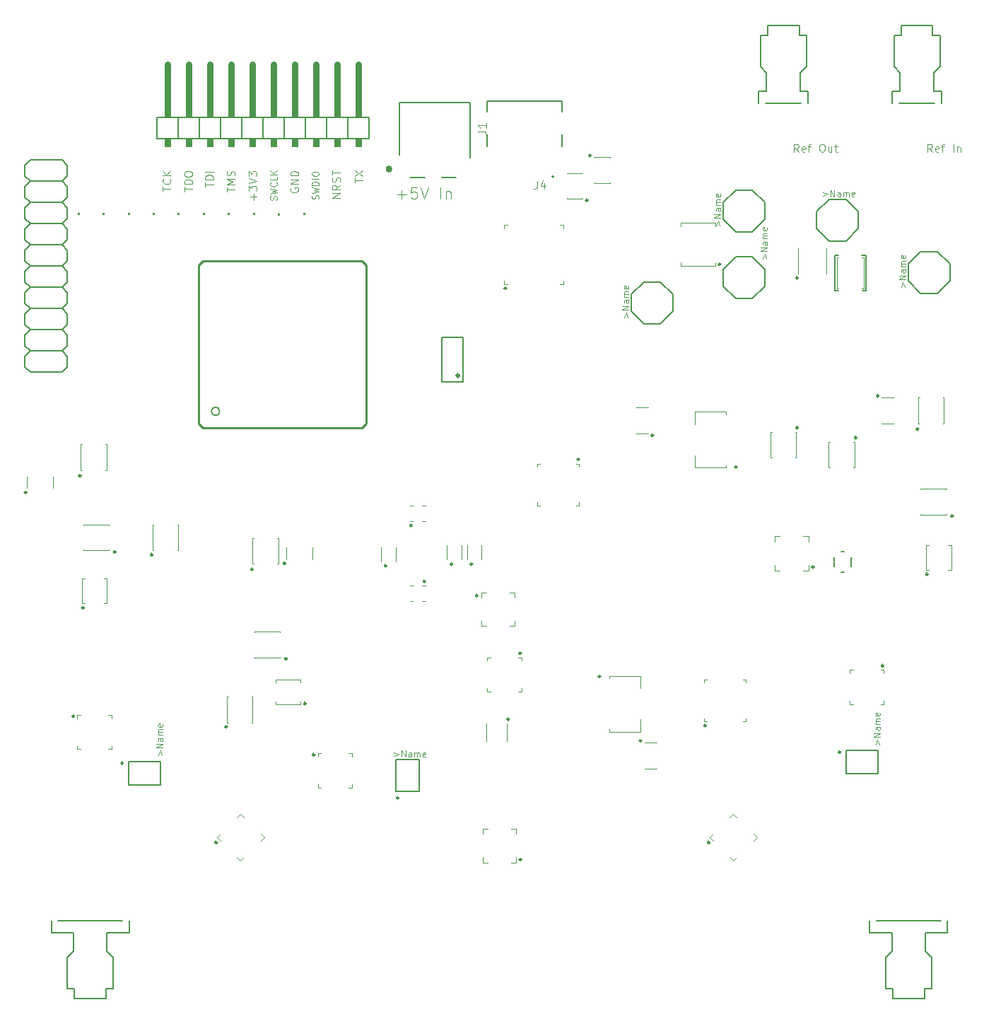
<source format=gto>
G04 #@! TF.GenerationSoftware,KiCad,Pcbnew,(5.1.7)-1*
G04 #@! TF.CreationDate,2020-10-25T18:45:03+01:00*
G04 #@! TF.ProjectId,VNA,564e412e-6b69-4636-9164-5f7063625858,0.1*
G04 #@! TF.SameCoordinates,Original*
G04 #@! TF.FileFunction,Legend,Top*
G04 #@! TF.FilePolarity,Positive*
%FSLAX46Y46*%
G04 Gerber Fmt 4.6, Leading zero omitted, Abs format (unit mm)*
G04 Created by KiCad (PCBNEW (5.1.7)-1) date 2020-10-25 18:45:03*
%MOMM*%
%LPD*%
G01*
G04 APERTURE LIST*
%ADD10C,0.081280*%
%ADD11C,0.065024*%
%ADD12C,0.113792*%
%ADD13C,0.127000*%
%ADD14C,0.200000*%
%ADD15C,0.400000*%
%ADD16C,0.152400*%
%ADD17C,0.762000*%
%ADD18C,0.120000*%
%ADD19C,0.250000*%
%ADD20C,0.254000*%
%ADD21C,0.317500*%
%ADD22C,0.203200*%
%ADD23C,0.223606*%
%ADD24C,0.050800*%
%ADD25C,0.015000*%
G04 APERTURE END LIST*
D10*
X108155138Y-66630298D02*
X108155138Y-66078755D01*
X109120338Y-66354527D02*
X108155138Y-66354527D01*
X109028414Y-65205479D02*
X109074376Y-65251441D01*
X109120338Y-65389327D01*
X109120338Y-65481251D01*
X109074376Y-65619136D01*
X108982452Y-65711060D01*
X108890528Y-65757022D01*
X108706680Y-65802984D01*
X108568795Y-65802984D01*
X108384947Y-65757022D01*
X108293023Y-65711060D01*
X108201100Y-65619136D01*
X108155138Y-65481251D01*
X108155138Y-65389327D01*
X108201100Y-65251441D01*
X108247061Y-65205479D01*
X109120338Y-64791822D02*
X108155138Y-64791822D01*
X109120338Y-64240279D02*
X108568795Y-64653936D01*
X108155138Y-64240279D02*
X108706680Y-64791822D01*
X110755138Y-66676260D02*
X110755138Y-66124717D01*
X111720338Y-66400489D02*
X110755138Y-66400489D01*
X111720338Y-65802984D02*
X110755138Y-65802984D01*
X110755138Y-65573174D01*
X110801100Y-65435289D01*
X110893023Y-65343365D01*
X110984947Y-65297403D01*
X111168795Y-65251441D01*
X111306680Y-65251441D01*
X111490528Y-65297403D01*
X111582452Y-65343365D01*
X111674376Y-65435289D01*
X111720338Y-65573174D01*
X111720338Y-65802984D01*
X110755138Y-64653936D02*
X110755138Y-64470089D01*
X110801100Y-64378165D01*
X110893023Y-64286241D01*
X111076871Y-64240279D01*
X111398604Y-64240279D01*
X111582452Y-64286241D01*
X111674376Y-64378165D01*
X111720338Y-64470089D01*
X111720338Y-64653936D01*
X111674376Y-64745860D01*
X111582452Y-64837784D01*
X111398604Y-64883746D01*
X111076871Y-64883746D01*
X110893023Y-64837784D01*
X110801100Y-64745860D01*
X110755138Y-64653936D01*
X113255138Y-66124717D02*
X113255138Y-65573174D01*
X114220338Y-65848946D02*
X113255138Y-65848946D01*
X114220338Y-65251441D02*
X113255138Y-65251441D01*
X113255138Y-65021632D01*
X113301100Y-64883746D01*
X113393023Y-64791822D01*
X113484947Y-64745860D01*
X113668795Y-64699898D01*
X113806680Y-64699898D01*
X113990528Y-64745860D01*
X114082452Y-64791822D01*
X114174376Y-64883746D01*
X114220338Y-65021632D01*
X114220338Y-65251441D01*
X114220338Y-64286241D02*
X113255138Y-64286241D01*
X115855138Y-66722222D02*
X115855138Y-66170679D01*
X116820338Y-66446451D02*
X115855138Y-66446451D01*
X116820338Y-65848946D02*
X115855138Y-65848946D01*
X116544566Y-65527212D01*
X115855138Y-65205479D01*
X116820338Y-65205479D01*
X116774376Y-64791822D02*
X116820338Y-64653936D01*
X116820338Y-64424127D01*
X116774376Y-64332203D01*
X116728414Y-64286241D01*
X116636490Y-64240279D01*
X116544566Y-64240279D01*
X116452642Y-64286241D01*
X116406680Y-64332203D01*
X116360719Y-64424127D01*
X116314757Y-64607974D01*
X116268795Y-64699898D01*
X116222833Y-64745860D01*
X116130909Y-64791822D01*
X116038985Y-64791822D01*
X115947061Y-64745860D01*
X115901100Y-64699898D01*
X115855138Y-64607974D01*
X115855138Y-64378165D01*
X115901100Y-64240279D01*
X119052642Y-67687422D02*
X119052642Y-66952032D01*
X119420338Y-67319727D02*
X118684947Y-67319727D01*
X118455138Y-66584336D02*
X118455138Y-65986832D01*
X118822833Y-66308565D01*
X118822833Y-66170679D01*
X118868795Y-66078755D01*
X118914757Y-66032793D01*
X119006680Y-65986832D01*
X119236490Y-65986832D01*
X119328414Y-66032793D01*
X119374376Y-66078755D01*
X119420338Y-66170679D01*
X119420338Y-66446451D01*
X119374376Y-66538374D01*
X119328414Y-66584336D01*
X118455138Y-65711060D02*
X119420338Y-65389327D01*
X118455138Y-65067593D01*
X118455138Y-64837784D02*
X118455138Y-64240279D01*
X118822833Y-64562012D01*
X118822833Y-64424127D01*
X118868795Y-64332203D01*
X118914757Y-64286241D01*
X119006680Y-64240279D01*
X119236490Y-64240279D01*
X119328414Y-64286241D01*
X119374376Y-64332203D01*
X119420338Y-64424127D01*
X119420338Y-64699898D01*
X119374376Y-64791822D01*
X119328414Y-64837784D01*
D11*
X121799720Y-67686048D02*
X121836490Y-67575739D01*
X121836490Y-67391892D01*
X121799720Y-67318353D01*
X121762951Y-67281583D01*
X121689412Y-67244814D01*
X121615873Y-67244814D01*
X121542334Y-67281583D01*
X121505564Y-67318353D01*
X121468795Y-67391892D01*
X121432025Y-67538970D01*
X121395256Y-67612509D01*
X121358486Y-67649278D01*
X121284947Y-67686048D01*
X121211408Y-67686048D01*
X121137869Y-67649278D01*
X121101100Y-67612509D01*
X121064330Y-67538970D01*
X121064330Y-67355122D01*
X121101100Y-67244814D01*
X121064330Y-66987427D02*
X121836490Y-66803579D01*
X121284947Y-66656501D01*
X121836490Y-66509423D01*
X121064330Y-66325576D01*
X121762951Y-65590185D02*
X121799720Y-65626955D01*
X121836490Y-65737263D01*
X121836490Y-65810802D01*
X121799720Y-65921111D01*
X121726181Y-65994650D01*
X121652642Y-66031419D01*
X121505564Y-66068189D01*
X121395256Y-66068189D01*
X121248178Y-66031419D01*
X121174639Y-65994650D01*
X121101100Y-65921111D01*
X121064330Y-65810802D01*
X121064330Y-65737263D01*
X121101100Y-65626955D01*
X121137869Y-65590185D01*
X121836490Y-64891564D02*
X121836490Y-65259259D01*
X121064330Y-65259259D01*
X121836490Y-64634177D02*
X121064330Y-64634177D01*
X121836490Y-64192943D02*
X121395256Y-64523869D01*
X121064330Y-64192943D02*
X121505564Y-64634177D01*
D10*
X123501100Y-66262603D02*
X123455138Y-66354527D01*
X123455138Y-66492412D01*
X123501100Y-66630298D01*
X123593023Y-66722222D01*
X123684947Y-66768184D01*
X123868795Y-66814146D01*
X124006680Y-66814146D01*
X124190528Y-66768184D01*
X124282452Y-66722222D01*
X124374376Y-66630298D01*
X124420338Y-66492412D01*
X124420338Y-66400489D01*
X124374376Y-66262603D01*
X124328414Y-66216641D01*
X124006680Y-66216641D01*
X124006680Y-66400489D01*
X124420338Y-65802984D02*
X123455138Y-65802984D01*
X124420338Y-65251441D01*
X123455138Y-65251441D01*
X124420338Y-64791822D02*
X123455138Y-64791822D01*
X123455138Y-64562012D01*
X123501100Y-64424127D01*
X123593023Y-64332203D01*
X123684947Y-64286241D01*
X123868795Y-64240279D01*
X124006680Y-64240279D01*
X124190528Y-64286241D01*
X124282452Y-64332203D01*
X124374376Y-64424127D01*
X124420338Y-64562012D01*
X124420338Y-64791822D01*
D11*
X126799720Y-67565431D02*
X126836490Y-67455122D01*
X126836490Y-67271275D01*
X126799720Y-67197736D01*
X126762951Y-67160966D01*
X126689412Y-67124197D01*
X126615873Y-67124197D01*
X126542334Y-67160966D01*
X126505564Y-67197736D01*
X126468795Y-67271275D01*
X126432025Y-67418353D01*
X126395256Y-67491892D01*
X126358486Y-67528661D01*
X126284947Y-67565431D01*
X126211408Y-67565431D01*
X126137869Y-67528661D01*
X126101100Y-67491892D01*
X126064330Y-67418353D01*
X126064330Y-67234505D01*
X126101100Y-67124197D01*
X126064330Y-66866810D02*
X126836490Y-66682962D01*
X126284947Y-66535884D01*
X126836490Y-66388806D01*
X126064330Y-66204958D01*
X126836490Y-65910802D02*
X126064330Y-65910802D01*
X126064330Y-65726955D01*
X126101100Y-65616646D01*
X126174639Y-65543107D01*
X126248178Y-65506337D01*
X126395256Y-65469568D01*
X126505564Y-65469568D01*
X126652642Y-65506337D01*
X126726181Y-65543107D01*
X126799720Y-65616646D01*
X126836490Y-65726955D01*
X126836490Y-65910802D01*
X126836490Y-65138642D02*
X126064330Y-65138642D01*
X126064330Y-64623869D02*
X126064330Y-64476791D01*
X126101100Y-64403252D01*
X126174639Y-64329713D01*
X126321717Y-64292943D01*
X126579103Y-64292943D01*
X126726181Y-64329713D01*
X126799720Y-64403252D01*
X126836490Y-64476791D01*
X126836490Y-64623869D01*
X126799720Y-64697408D01*
X126726181Y-64770947D01*
X126579103Y-64807717D01*
X126321717Y-64807717D01*
X126174639Y-64770947D01*
X126101100Y-64697408D01*
X126064330Y-64623869D01*
D10*
X129420338Y-67457612D02*
X128455138Y-67457612D01*
X129420338Y-66906070D01*
X128455138Y-66906070D01*
X129420338Y-65894908D02*
X128960719Y-66216641D01*
X129420338Y-66446451D02*
X128455138Y-66446451D01*
X128455138Y-66078755D01*
X128501100Y-65986832D01*
X128547061Y-65940870D01*
X128638985Y-65894908D01*
X128776871Y-65894908D01*
X128868795Y-65940870D01*
X128914757Y-65986832D01*
X128960719Y-66078755D01*
X128960719Y-66446451D01*
X129374376Y-65527212D02*
X129420338Y-65389327D01*
X129420338Y-65159517D01*
X129374376Y-65067593D01*
X129328414Y-65021632D01*
X129236490Y-64975670D01*
X129144566Y-64975670D01*
X129052642Y-65021632D01*
X129006680Y-65067593D01*
X128960719Y-65159517D01*
X128914757Y-65343365D01*
X128868795Y-65435289D01*
X128822833Y-65481251D01*
X128730909Y-65527212D01*
X128638985Y-65527212D01*
X128547061Y-65481251D01*
X128501100Y-65435289D01*
X128455138Y-65343365D01*
X128455138Y-65113555D01*
X128501100Y-64975670D01*
X128455138Y-64699898D02*
X128455138Y-64148355D01*
X129420338Y-64424127D02*
X128455138Y-64424127D01*
X131155138Y-65619136D02*
X131155138Y-65067593D01*
X132120338Y-65343365D02*
X131155138Y-65343365D01*
X131155138Y-64837784D02*
X132120338Y-64194317D01*
X131155138Y-64194317D02*
X132120338Y-64837784D01*
X184335284Y-61957638D02*
X184013551Y-61498019D01*
X183783741Y-61957638D02*
X183783741Y-60992438D01*
X184151436Y-60992438D01*
X184243360Y-61038400D01*
X184289322Y-61084361D01*
X184335284Y-61176285D01*
X184335284Y-61314171D01*
X184289322Y-61406095D01*
X184243360Y-61452057D01*
X184151436Y-61498019D01*
X183783741Y-61498019D01*
X185116636Y-61911676D02*
X185024712Y-61957638D01*
X184840865Y-61957638D01*
X184748941Y-61911676D01*
X184702979Y-61819752D01*
X184702979Y-61452057D01*
X184748941Y-61360133D01*
X184840865Y-61314171D01*
X185024712Y-61314171D01*
X185116636Y-61360133D01*
X185162598Y-61452057D01*
X185162598Y-61543980D01*
X184702979Y-61635904D01*
X185438370Y-61314171D02*
X185806065Y-61314171D01*
X185576255Y-61957638D02*
X185576255Y-61130323D01*
X185622217Y-61038400D01*
X185714141Y-60992438D01*
X185806065Y-60992438D01*
X187047036Y-60992438D02*
X187230884Y-60992438D01*
X187322808Y-61038400D01*
X187414732Y-61130323D01*
X187460693Y-61314171D01*
X187460693Y-61635904D01*
X187414732Y-61819752D01*
X187322808Y-61911676D01*
X187230884Y-61957638D01*
X187047036Y-61957638D01*
X186955112Y-61911676D01*
X186863189Y-61819752D01*
X186817227Y-61635904D01*
X186817227Y-61314171D01*
X186863189Y-61130323D01*
X186955112Y-61038400D01*
X187047036Y-60992438D01*
X188288008Y-61314171D02*
X188288008Y-61957638D01*
X187874351Y-61314171D02*
X187874351Y-61819752D01*
X187920312Y-61911676D01*
X188012236Y-61957638D01*
X188150122Y-61957638D01*
X188242046Y-61911676D01*
X188288008Y-61865714D01*
X188609741Y-61314171D02*
X188977436Y-61314171D01*
X188747627Y-60992438D02*
X188747627Y-61819752D01*
X188793589Y-61911676D01*
X188885512Y-61957638D01*
X188977436Y-61957638D01*
X200335284Y-61957638D02*
X200013551Y-61498019D01*
X199783741Y-61957638D02*
X199783741Y-60992438D01*
X200151436Y-60992438D01*
X200243360Y-61038400D01*
X200289322Y-61084361D01*
X200335284Y-61176285D01*
X200335284Y-61314171D01*
X200289322Y-61406095D01*
X200243360Y-61452057D01*
X200151436Y-61498019D01*
X199783741Y-61498019D01*
X201116636Y-61911676D02*
X201024712Y-61957638D01*
X200840865Y-61957638D01*
X200748941Y-61911676D01*
X200702979Y-61819752D01*
X200702979Y-61452057D01*
X200748941Y-61360133D01*
X200840865Y-61314171D01*
X201024712Y-61314171D01*
X201116636Y-61360133D01*
X201162598Y-61452057D01*
X201162598Y-61543980D01*
X200702979Y-61635904D01*
X201438370Y-61314171D02*
X201806065Y-61314171D01*
X201576255Y-61957638D02*
X201576255Y-61130323D01*
X201622217Y-61038400D01*
X201714141Y-60992438D01*
X201806065Y-60992438D01*
X202863189Y-61957638D02*
X202863189Y-60992438D01*
X203322808Y-61314171D02*
X203322808Y-61957638D01*
X203322808Y-61406095D02*
X203368770Y-61360133D01*
X203460693Y-61314171D01*
X203598579Y-61314171D01*
X203690503Y-61360133D01*
X203736465Y-61452057D01*
X203736465Y-61957638D01*
D12*
X136296798Y-67024480D02*
X137326344Y-67024480D01*
X136811571Y-67539253D02*
X136811571Y-66509706D01*
X138613278Y-66187973D02*
X137969811Y-66187973D01*
X137905464Y-66831440D01*
X137969811Y-66767093D01*
X138098504Y-66702746D01*
X138420238Y-66702746D01*
X138548931Y-66767093D01*
X138613278Y-66831440D01*
X138677624Y-66960133D01*
X138677624Y-67281866D01*
X138613278Y-67410560D01*
X138548931Y-67474906D01*
X138420238Y-67539253D01*
X138098504Y-67539253D01*
X137969811Y-67474906D01*
X137905464Y-67410560D01*
X139063704Y-66187973D02*
X139514131Y-67539253D01*
X139964558Y-66187973D01*
X141444531Y-67539253D02*
X141444531Y-66187973D01*
X142087998Y-66638400D02*
X142087998Y-67539253D01*
X142087998Y-66767093D02*
X142152344Y-66702746D01*
X142281038Y-66638400D01*
X142474078Y-66638400D01*
X142602771Y-66702746D01*
X142667118Y-66831440D01*
X142667118Y-67539253D01*
D13*
X155980000Y-61310000D02*
X155980000Y-59870000D01*
X147040000Y-61310000D02*
X147040000Y-59870000D01*
X147040000Y-57130000D02*
X147040000Y-55900000D01*
X147040000Y-55900000D02*
X155980000Y-55900000D01*
X155980000Y-55900000D02*
X155980000Y-57130000D01*
D14*
X155010000Y-64900000D02*
G75*
G03*
X155010000Y-64900000I-100000J0D01*
G01*
D13*
X139560000Y-65000000D02*
X137760000Y-65000000D01*
X143260000Y-65000000D02*
X141560000Y-65000000D01*
X145010000Y-62600000D02*
X145010000Y-56000000D01*
X136510000Y-56000000D02*
X136510000Y-62300000D01*
X145010000Y-56000000D02*
X136510000Y-56000000D01*
D15*
X135470000Y-63980000D02*
G75*
G03*
X135470000Y-63980000I-200000J0D01*
G01*
D16*
X107501100Y-60308600D02*
X110041100Y-60308600D01*
X110041100Y-60308600D02*
X110041100Y-57768600D01*
X110041100Y-57768600D02*
X107501100Y-57768600D01*
X107501100Y-57768600D02*
X107501100Y-60308600D01*
D17*
X108771100Y-51418600D02*
X108771100Y-57133600D01*
D16*
X110041100Y-60308600D02*
X112581100Y-60308600D01*
X112581100Y-60308600D02*
X112581100Y-57768600D01*
X112581100Y-57768600D02*
X110041100Y-57768600D01*
D17*
X111311100Y-51418600D02*
X111311100Y-57133600D01*
D16*
X112581100Y-60308600D02*
X115121100Y-60308600D01*
X115121100Y-60308600D02*
X115121100Y-57768600D01*
X115121100Y-57768600D02*
X112581100Y-57768600D01*
D17*
X113851100Y-51418600D02*
X113851100Y-57133600D01*
D16*
X115121100Y-60308600D02*
X117661100Y-60308600D01*
X117661100Y-60308600D02*
X117661100Y-57768600D01*
X117661100Y-57768600D02*
X115121100Y-57768600D01*
D17*
X116391100Y-51418600D02*
X116391100Y-57133600D01*
D16*
X117661100Y-60308600D02*
X120201100Y-60308600D01*
X120201100Y-60308600D02*
X120201100Y-57768600D01*
X120201100Y-57768600D02*
X117661100Y-57768600D01*
D17*
X118931100Y-51418600D02*
X118931100Y-57133600D01*
D16*
X120201100Y-60308600D02*
X122741100Y-60308600D01*
X122741100Y-60308600D02*
X122741100Y-57768600D01*
X122741100Y-57768600D02*
X120201100Y-57768600D01*
D17*
X121471100Y-51418600D02*
X121471100Y-57133600D01*
D16*
X122741100Y-60308600D02*
X125281100Y-60308600D01*
X125281100Y-60308600D02*
X125281100Y-57768600D01*
X125281100Y-57768600D02*
X122741100Y-57768600D01*
D17*
X124011100Y-51418600D02*
X124011100Y-57133600D01*
D16*
X125281100Y-60308600D02*
X127821100Y-60308600D01*
X127821100Y-60308600D02*
X127821100Y-57768600D01*
X127821100Y-57768600D02*
X125281100Y-57768600D01*
D17*
X126551100Y-51418600D02*
X126551100Y-57133600D01*
D16*
X127821100Y-60308600D02*
X130361100Y-60308600D01*
X130361100Y-60308600D02*
X130361100Y-57768600D01*
X130361100Y-57768600D02*
X127821100Y-57768600D01*
D17*
X129091100Y-51418600D02*
X129091100Y-57133600D01*
D16*
X130361100Y-60308600D02*
X132901100Y-60308600D01*
X132901100Y-60308600D02*
X132901100Y-57768600D01*
X132901100Y-57768600D02*
X130361100Y-57768600D01*
D17*
X131631100Y-51418600D02*
X131631100Y-57133600D01*
D16*
G36*
X108390100Y-57768600D02*
G01*
X109152100Y-57768600D01*
X109152100Y-57260600D01*
X108390100Y-57260600D01*
X108390100Y-57768600D01*
G37*
G36*
X110930100Y-57768600D02*
G01*
X111692100Y-57768600D01*
X111692100Y-57260600D01*
X110930100Y-57260600D01*
X110930100Y-57768600D01*
G37*
G36*
X113470100Y-57768600D02*
G01*
X114232100Y-57768600D01*
X114232100Y-57260600D01*
X113470100Y-57260600D01*
X113470100Y-57768600D01*
G37*
G36*
X116010100Y-57768600D02*
G01*
X116772100Y-57768600D01*
X116772100Y-57260600D01*
X116010100Y-57260600D01*
X116010100Y-57768600D01*
G37*
G36*
X118550100Y-57768600D02*
G01*
X119312100Y-57768600D01*
X119312100Y-57260600D01*
X118550100Y-57260600D01*
X118550100Y-57768600D01*
G37*
G36*
X121090100Y-57768600D02*
G01*
X121852100Y-57768600D01*
X121852100Y-57260600D01*
X121090100Y-57260600D01*
X121090100Y-57768600D01*
G37*
G36*
X123630100Y-57768600D02*
G01*
X124392100Y-57768600D01*
X124392100Y-57260600D01*
X123630100Y-57260600D01*
X123630100Y-57768600D01*
G37*
G36*
X126170100Y-57768600D02*
G01*
X126932100Y-57768600D01*
X126932100Y-57260600D01*
X126170100Y-57260600D01*
X126170100Y-57768600D01*
G37*
G36*
X128710100Y-57768600D02*
G01*
X129472100Y-57768600D01*
X129472100Y-57260600D01*
X128710100Y-57260600D01*
X128710100Y-57768600D01*
G37*
G36*
X131250100Y-57768600D02*
G01*
X132012100Y-57768600D01*
X132012100Y-57260600D01*
X131250100Y-57260600D01*
X131250100Y-57768600D01*
G37*
G36*
X108390100Y-61324600D02*
G01*
X109152100Y-61324600D01*
X109152100Y-60308600D01*
X108390100Y-60308600D01*
X108390100Y-61324600D01*
G37*
G36*
X110930100Y-61324600D02*
G01*
X111692100Y-61324600D01*
X111692100Y-60308600D01*
X110930100Y-60308600D01*
X110930100Y-61324600D01*
G37*
G36*
X113470100Y-61324600D02*
G01*
X114232100Y-61324600D01*
X114232100Y-60308600D01*
X113470100Y-60308600D01*
X113470100Y-61324600D01*
G37*
G36*
X116010100Y-61324600D02*
G01*
X116772100Y-61324600D01*
X116772100Y-60308600D01*
X116010100Y-60308600D01*
X116010100Y-61324600D01*
G37*
G36*
X118550100Y-61324600D02*
G01*
X119312100Y-61324600D01*
X119312100Y-60308600D01*
X118550100Y-60308600D01*
X118550100Y-61324600D01*
G37*
G36*
X121090100Y-61324600D02*
G01*
X121852100Y-61324600D01*
X121852100Y-60308600D01*
X121090100Y-60308600D01*
X121090100Y-61324600D01*
G37*
G36*
X123630100Y-61324600D02*
G01*
X124392100Y-61324600D01*
X124392100Y-60308600D01*
X123630100Y-60308600D01*
X123630100Y-61324600D01*
G37*
G36*
X126170100Y-61324600D02*
G01*
X126932100Y-61324600D01*
X126932100Y-60308600D01*
X126170100Y-60308600D01*
X126170100Y-61324600D01*
G37*
G36*
X128710100Y-61324600D02*
G01*
X129472100Y-61324600D01*
X129472100Y-60308600D01*
X128710100Y-60308600D01*
X128710100Y-61324600D01*
G37*
G36*
X131250100Y-61324600D02*
G01*
X132012100Y-61324600D01*
X132012100Y-60308600D01*
X131250100Y-60308600D01*
X131250100Y-61324600D01*
G37*
D18*
X121701100Y-125099600D02*
X121701100Y-125464600D01*
X124701100Y-125099600D02*
X121701100Y-125099600D01*
X124701100Y-125464600D02*
X124701100Y-125099600D01*
X121701100Y-128107600D02*
X121701100Y-127742600D01*
X124701100Y-128107600D02*
X121701100Y-128107600D01*
X124701100Y-127742600D02*
X124701100Y-128107600D01*
D19*
X125330100Y-127992600D02*
G75*
G03*
X125330100Y-127992600I-125000J0D01*
G01*
X123043600Y-122623300D02*
G75*
G03*
X123043600Y-122623300I-125000J0D01*
G01*
D18*
X122251100Y-122373300D02*
X122251100Y-122453600D01*
X122251100Y-122453600D02*
X119151100Y-122453600D01*
X119151100Y-122453600D02*
X119151100Y-122373300D01*
X122251100Y-119433900D02*
X122251100Y-119353600D01*
X122251100Y-119353600D02*
X119151100Y-119353600D01*
X119151100Y-119353600D02*
X119151100Y-119433900D01*
D19*
X118982100Y-111921100D02*
G75*
G03*
X118982100Y-111921100I-125000J0D01*
G01*
D18*
X119107100Y-111253600D02*
X118951100Y-111253600D01*
X118951100Y-111253600D02*
X118951100Y-108153600D01*
X118951100Y-108153600D02*
X119107100Y-108153600D01*
X121895100Y-111253600D02*
X122051100Y-111253600D01*
X122051100Y-111253600D02*
X122051100Y-108153600D01*
X122051100Y-108153600D02*
X121895100Y-108153600D01*
D19*
X186180100Y-111642600D02*
G75*
G03*
X186180100Y-111642600I-125000J0D01*
G01*
D18*
X185551100Y-111392600D02*
X185551100Y-112053600D01*
X185551100Y-112053600D02*
X184890100Y-112053600D01*
X181451100Y-111392600D02*
X181451100Y-112053600D01*
X181451100Y-112053600D02*
X182112100Y-112053600D01*
X181451100Y-108614600D02*
X181451100Y-107953600D01*
X181451100Y-107953600D02*
X182112100Y-107953600D01*
X185551100Y-108614600D02*
X185551100Y-107953600D01*
X185551100Y-107953600D02*
X184890100Y-107953600D01*
D19*
X158065100Y-98749600D02*
G75*
G03*
X158065100Y-98749600I-125000J0D01*
G01*
D18*
X157690100Y-99253600D02*
X158051100Y-99253600D01*
X158051100Y-99253600D02*
X158051100Y-99614600D01*
X157690100Y-104253600D02*
X158051100Y-104253600D01*
X158051100Y-104253600D02*
X158051100Y-103892600D01*
X153412100Y-104253600D02*
X153051100Y-104253600D01*
X153051100Y-104253600D02*
X153051100Y-103892600D01*
X153412100Y-99253600D02*
X153051100Y-99253600D01*
X153051100Y-99253600D02*
X153051100Y-99614600D01*
D19*
X166930100Y-95862200D02*
G75*
G03*
X166930100Y-95862200I-125000J0D01*
G01*
D18*
X166301100Y-95672200D02*
X164901100Y-95672200D01*
X166301100Y-92535000D02*
X164901100Y-92535000D01*
D19*
X138022100Y-106657600D02*
G75*
G03*
X138022100Y-106657600I-125000J0D01*
G01*
D18*
X137751100Y-106157600D02*
X138147100Y-106157600D01*
X137751100Y-104249600D02*
X138147100Y-104249600D01*
X139651100Y-104249600D02*
X139255100Y-104249600D01*
X139651100Y-106157600D02*
X139255100Y-106157600D01*
D19*
X176953700Y-99672200D02*
G75*
G03*
X176953700Y-99672200I-125000J0D01*
G01*
D18*
X175651100Y-99422200D02*
X175651100Y-99753600D01*
X175651100Y-99753600D02*
X171951100Y-99753600D01*
X171951100Y-99753600D02*
X171951100Y-98272200D01*
X175651100Y-93385000D02*
X175651100Y-93053600D01*
X175651100Y-93053600D02*
X171951100Y-93053600D01*
X171951100Y-93053600D02*
X171951100Y-94535000D01*
D19*
X139630100Y-113349600D02*
G75*
G03*
X139630100Y-113349600I-125000J0D01*
G01*
D18*
X139651100Y-113849600D02*
X139255100Y-113849600D01*
X139651100Y-115757600D02*
X139255100Y-115757600D01*
X137751100Y-115757600D02*
X138147100Y-115757600D01*
X137751100Y-113849600D02*
X138147100Y-113849600D01*
D19*
X173237100Y-130607600D02*
G75*
G03*
X173237100Y-130607600I-125000J0D01*
G01*
D18*
X173362100Y-130103600D02*
X173001100Y-130103600D01*
X173001100Y-130103600D02*
X173001100Y-129742600D01*
X173362100Y-125103600D02*
X173001100Y-125103600D01*
X173001100Y-125103600D02*
X173001100Y-125464600D01*
X177640100Y-125103600D02*
X178001100Y-125103600D01*
X178001100Y-125103600D02*
X178001100Y-125464600D01*
X177640100Y-130103600D02*
X178001100Y-130103600D01*
X178001100Y-130103600D02*
X178001100Y-129742600D01*
X101505100Y-113003600D02*
X101140100Y-113003600D01*
X101505100Y-116003600D02*
X101505100Y-113003600D01*
X101140100Y-116003600D02*
X101505100Y-116003600D01*
X98497100Y-113003600D02*
X98862100Y-113003600D01*
X98497100Y-116003600D02*
X98497100Y-113003600D01*
X98862100Y-116003600D02*
X98497100Y-116003600D01*
D19*
X98737100Y-116507600D02*
G75*
G03*
X98737100Y-116507600I-125000J0D01*
G01*
X165522100Y-132445000D02*
G75*
G03*
X165522100Y-132445000I-125000J0D01*
G01*
D18*
X165901100Y-132635000D02*
X167301100Y-132635000D01*
X165901100Y-135772200D02*
X167301100Y-135772200D01*
D19*
X160598500Y-124735000D02*
G75*
G03*
X160598500Y-124735000I-125000J0D01*
G01*
D18*
X161651100Y-124985000D02*
X161651100Y-124653600D01*
X161651100Y-124653600D02*
X165351100Y-124653600D01*
X165351100Y-124653600D02*
X165351100Y-126135000D01*
X161651100Y-131022200D02*
X161651100Y-131353600D01*
X161651100Y-131353600D02*
X165351100Y-131353600D01*
X165351100Y-131353600D02*
X165351100Y-129872200D01*
D19*
X149669700Y-129849600D02*
G75*
G03*
X149669700Y-129849600I-125000J0D01*
G01*
D18*
X149354700Y-130353600D02*
X149354700Y-132453600D01*
X146947500Y-130353600D02*
X146947500Y-132453600D01*
D19*
X102543600Y-109823300D02*
G75*
G03*
X102543600Y-109823300I-125000J0D01*
G01*
D18*
X101751100Y-109573300D02*
X101751100Y-109653600D01*
X101751100Y-109653600D02*
X98651100Y-109653600D01*
X98651100Y-109653600D02*
X98651100Y-109573300D01*
X101751100Y-106633900D02*
X101751100Y-106553600D01*
X101751100Y-106553600D02*
X98651100Y-106553600D01*
X98651100Y-106553600D02*
X98651100Y-106633900D01*
D19*
X98382100Y-100721100D02*
G75*
G03*
X98382100Y-100721100I-125000J0D01*
G01*
D18*
X98507100Y-100053600D02*
X98351100Y-100053600D01*
X98351100Y-100053600D02*
X98351100Y-96953600D01*
X98351100Y-96953600D02*
X98507100Y-96953600D01*
X101295100Y-100053600D02*
X101451100Y-100053600D01*
X101451100Y-100053600D02*
X101451100Y-96953600D01*
X101451100Y-96953600D02*
X101295100Y-96953600D01*
X202605100Y-109003600D02*
X202240100Y-109003600D01*
X202605100Y-112003600D02*
X202605100Y-109003600D01*
X202240100Y-112003600D02*
X202605100Y-112003600D01*
X199597100Y-109003600D02*
X199962100Y-109003600D01*
X199597100Y-112003600D02*
X199597100Y-109003600D01*
X199962100Y-112003600D02*
X199597100Y-112003600D01*
D19*
X199837100Y-112507600D02*
G75*
G03*
X199837100Y-112507600I-125000J0D01*
G01*
X202843600Y-105523300D02*
G75*
G03*
X202843600Y-105523300I-125000J0D01*
G01*
D18*
X202051100Y-105273300D02*
X202051100Y-105353600D01*
X202051100Y-105353600D02*
X198951100Y-105353600D01*
X198951100Y-105353600D02*
X198951100Y-105273300D01*
X202051100Y-102333900D02*
X202051100Y-102253600D01*
X202051100Y-102253600D02*
X198951100Y-102253600D01*
X198951100Y-102253600D02*
X198951100Y-102333900D01*
D19*
X198682100Y-95121100D02*
G75*
G03*
X198682100Y-95121100I-125000J0D01*
G01*
D18*
X198807100Y-94453600D02*
X198651100Y-94453600D01*
X198651100Y-94453600D02*
X198651100Y-91353600D01*
X198651100Y-91353600D02*
X198807100Y-91353600D01*
X201595100Y-94453600D02*
X201751100Y-94453600D01*
X201751100Y-94453600D02*
X201751100Y-91353600D01*
X201751100Y-91353600D02*
X201595100Y-91353600D01*
D19*
X134976100Y-111492700D02*
G75*
G03*
X134976100Y-111492700I-125000J0D01*
G01*
D18*
X134325200Y-109253600D02*
X134325200Y-110953600D01*
X136077000Y-109253600D02*
X136077000Y-110953600D01*
D19*
X145276100Y-111292700D02*
G75*
G03*
X145276100Y-111292700I-125000J0D01*
G01*
D18*
X144625200Y-109053600D02*
X144625200Y-110753600D01*
X146377000Y-109053600D02*
X146377000Y-110753600D01*
D19*
X142876100Y-111292700D02*
G75*
G03*
X142876100Y-111292700I-125000J0D01*
G01*
D18*
X142225200Y-109053600D02*
X142225200Y-110753600D01*
X143977000Y-109053600D02*
X143977000Y-110753600D01*
D19*
X106973700Y-110157600D02*
G75*
G03*
X106973700Y-110157600I-125000J0D01*
G01*
D18*
X107098700Y-109653600D02*
X106951100Y-109653600D01*
X106951100Y-109653600D02*
X106951100Y-106553600D01*
X106951100Y-106553600D02*
X107098700Y-106553600D01*
X109903500Y-109653600D02*
X110051100Y-109653600D01*
X110051100Y-109653600D02*
X110051100Y-106553600D01*
X110051100Y-106553600D02*
X109903500Y-106553600D01*
D19*
X191278500Y-96149600D02*
G75*
G03*
X191278500Y-96149600I-125000J0D01*
G01*
D18*
X190903500Y-96653600D02*
X191051100Y-96653600D01*
X191051100Y-96653600D02*
X191051100Y-99753600D01*
X191051100Y-99753600D02*
X190903500Y-99753600D01*
X188098700Y-96653600D02*
X187951100Y-96653600D01*
X187951100Y-96653600D02*
X187951100Y-99753600D01*
X187951100Y-99753600D02*
X188098700Y-99753600D01*
D19*
X115873700Y-130757600D02*
G75*
G03*
X115873700Y-130757600I-125000J0D01*
G01*
D18*
X115998700Y-130253600D02*
X115851100Y-130253600D01*
X115851100Y-130253600D02*
X115851100Y-127153600D01*
X115851100Y-127153600D02*
X115998700Y-127153600D01*
X118803500Y-130253600D02*
X118951100Y-130253600D01*
X118951100Y-130253600D02*
X118951100Y-127153600D01*
X118951100Y-127153600D02*
X118803500Y-127153600D01*
D19*
X184278500Y-94949600D02*
G75*
G03*
X184278500Y-94949600I-125000J0D01*
G01*
D18*
X183903500Y-95453600D02*
X184051100Y-95453600D01*
X184051100Y-95453600D02*
X184051100Y-98553600D01*
X184051100Y-98553600D02*
X183903500Y-98553600D01*
X181098700Y-95453600D02*
X180951100Y-95453600D01*
X180951100Y-95453600D02*
X180951100Y-98553600D01*
X180951100Y-98553600D02*
X181098700Y-98553600D01*
D13*
X198951100Y-78853600D02*
X197451100Y-77353600D01*
X197451100Y-77353600D02*
X197451100Y-75353600D01*
X197451100Y-75353600D02*
X198951100Y-73853600D01*
X198951100Y-73853600D02*
X200951100Y-73853600D01*
X200951100Y-73853600D02*
X202451100Y-75353600D01*
X202451100Y-75353600D02*
X202451100Y-77353600D01*
X202451100Y-77353600D02*
X200951100Y-78853600D01*
X200951100Y-78853600D02*
X198951100Y-78853600D01*
X178801100Y-74503600D02*
X180301100Y-76003600D01*
X180301100Y-76003600D02*
X180301100Y-78003600D01*
X180301100Y-78003600D02*
X178801100Y-79503600D01*
X178801100Y-79503600D02*
X176801100Y-79503600D01*
X176801100Y-79503600D02*
X175301100Y-78003600D01*
X175301100Y-78003600D02*
X175301100Y-76003600D01*
X175301100Y-76003600D02*
X176801100Y-74503600D01*
X176801100Y-74503600D02*
X178801100Y-74503600D01*
X165801100Y-82503600D02*
X164301100Y-81003600D01*
X164301100Y-81003600D02*
X164301100Y-79003600D01*
X164301100Y-79003600D02*
X165801100Y-77503600D01*
X165801100Y-77503600D02*
X167801100Y-77503600D01*
X167801100Y-77503600D02*
X169301100Y-79003600D01*
X169301100Y-79003600D02*
X169301100Y-81003600D01*
X169301100Y-81003600D02*
X167801100Y-82503600D01*
X167801100Y-82503600D02*
X165801100Y-82503600D01*
D20*
X112501100Y-94503600D02*
X113001100Y-95003600D01*
X112501100Y-75503600D02*
X112501100Y-94503600D01*
X113001100Y-75003600D02*
X112501100Y-75503600D01*
X132001100Y-75003600D02*
X113001100Y-75003600D01*
X132501100Y-75503600D02*
X132001100Y-75003600D01*
X132501100Y-94503600D02*
X132501100Y-75503600D01*
X132001100Y-95003600D02*
X132501100Y-94503600D01*
X113001100Y-95003600D02*
X132001100Y-95003600D01*
D13*
X115001100Y-93003600D02*
G75*
G03*
X115001100Y-93003600I-500000J0D01*
G01*
D21*
X143694850Y-88708600D02*
G75*
G03*
X143694850Y-88708600I-158750J0D01*
G01*
D22*
X141631100Y-89470600D02*
X141631100Y-84136600D01*
X141631100Y-84136600D02*
X144171100Y-84136600D01*
X144171100Y-84136600D02*
X144171100Y-89470600D01*
X144171100Y-89470600D02*
X141631100Y-89470600D01*
D19*
X91867500Y-102707600D02*
G75*
G03*
X91867500Y-102707600I-125000J0D01*
G01*
D18*
X91932500Y-102203600D02*
X91932500Y-100803600D01*
X95069700Y-102203600D02*
X95069700Y-100803600D01*
D19*
X193922100Y-91145000D02*
G75*
G03*
X193922100Y-91145000I-125000J0D01*
G01*
D18*
X194301100Y-91335000D02*
X195701100Y-91335000D01*
X194301100Y-94472200D02*
X195701100Y-94472200D01*
D19*
X122867500Y-111207600D02*
G75*
G03*
X122867500Y-111207600I-125000J0D01*
G01*
D18*
X122932500Y-110703600D02*
X122932500Y-109303600D01*
X126069700Y-110703600D02*
X126069700Y-109303600D01*
D16*
G36*
X125226100Y-69203600D02*
G01*
X124976100Y-69203600D01*
X124976100Y-69453600D01*
X125226100Y-69453600D01*
X125226100Y-69203600D01*
G37*
G36*
X119226100Y-69203600D02*
G01*
X118976100Y-69203600D01*
X118976100Y-69453600D01*
X119226100Y-69453600D01*
X119226100Y-69203600D01*
G37*
G36*
X116226100Y-69203600D02*
G01*
X115976100Y-69203600D01*
X115976100Y-69453600D01*
X116226100Y-69453600D01*
X116226100Y-69203600D01*
G37*
G36*
X113226100Y-69203600D02*
G01*
X112976100Y-69203600D01*
X112976100Y-69453600D01*
X113226100Y-69453600D01*
X113226100Y-69203600D01*
G37*
G36*
X110226100Y-69203600D02*
G01*
X109976100Y-69203600D01*
X109976100Y-69453600D01*
X110226100Y-69453600D01*
X110226100Y-69203600D01*
G37*
G36*
X107226100Y-69203600D02*
G01*
X106976100Y-69203600D01*
X106976100Y-69453600D01*
X107226100Y-69453600D01*
X107226100Y-69203600D01*
G37*
G36*
X104226100Y-69203600D02*
G01*
X103976100Y-69203600D01*
X103976100Y-69453600D01*
X104226100Y-69453600D01*
X104226100Y-69203600D01*
G37*
G36*
X101226100Y-69203600D02*
G01*
X100976100Y-69203600D01*
X100976100Y-69453600D01*
X101226100Y-69453600D01*
X101226100Y-69203600D01*
G37*
G36*
X98226100Y-69203600D02*
G01*
X97976100Y-69203600D01*
X97976100Y-69453600D01*
X98226100Y-69453600D01*
X98226100Y-69203600D01*
G37*
D19*
X151115100Y-121949600D02*
G75*
G03*
X151115100Y-121949600I-125000J0D01*
G01*
D18*
X150740100Y-122453600D02*
X151151100Y-122453600D01*
X151151100Y-122453600D02*
X151151100Y-122864600D01*
X150740100Y-126553600D02*
X151151100Y-126553600D01*
X151151100Y-126553600D02*
X151151100Y-126142600D01*
X147462100Y-126553600D02*
X147051100Y-126553600D01*
X147051100Y-126553600D02*
X147051100Y-126142600D01*
X147462100Y-122453600D02*
X147051100Y-122453600D01*
X147051100Y-122453600D02*
X147051100Y-122864600D01*
D19*
X145922100Y-115058700D02*
G75*
G03*
X145922100Y-115058700I-125000J0D01*
G01*
D18*
X146301100Y-115308700D02*
X146301100Y-114703600D01*
X146301100Y-114703600D02*
X146906200Y-114703600D01*
X150301100Y-115308700D02*
X150301100Y-114703600D01*
X150301100Y-114703600D02*
X149696000Y-114703600D01*
X150301100Y-118098500D02*
X150301100Y-118703600D01*
X150301100Y-118703600D02*
X149696000Y-118703600D01*
X146301100Y-118098500D02*
X146301100Y-118703600D01*
X146301100Y-118703600D02*
X146906200Y-118703600D01*
D19*
X151130100Y-146648500D02*
G75*
G03*
X151130100Y-146648500I-125000J0D01*
G01*
D18*
X150501100Y-146398500D02*
X150501100Y-147003600D01*
X150501100Y-147003600D02*
X149896000Y-147003600D01*
X146501100Y-146398500D02*
X146501100Y-147003600D01*
X146501100Y-147003600D02*
X147106200Y-147003600D01*
X146501100Y-143608700D02*
X146501100Y-143003600D01*
X146501100Y-143003600D02*
X147106200Y-143003600D01*
X150501100Y-143608700D02*
X150501100Y-143003600D01*
X150501100Y-143003600D02*
X149896000Y-143003600D01*
D19*
X114692385Y-144611075D02*
G75*
G03*
X114692385Y-144611075I-125000J0D01*
G01*
D18*
X115100543Y-144431470D02*
X114672673Y-144003600D01*
X114672673Y-144003600D02*
X115100543Y-143575730D01*
X117928970Y-141603043D02*
X117501100Y-141175173D01*
X117501100Y-141175173D02*
X117073230Y-141603043D01*
X119901657Y-143575730D02*
X120329527Y-144003600D01*
X120329527Y-144003600D02*
X119901657Y-144431470D01*
X117073230Y-146404157D02*
X117501100Y-146832027D01*
X117501100Y-146832027D02*
X117928970Y-146404157D01*
D19*
X173692385Y-144611075D02*
G75*
G03*
X173692385Y-144611075I-125000J0D01*
G01*
D18*
X174100543Y-144431470D02*
X173672673Y-144003600D01*
X173672673Y-144003600D02*
X174100543Y-143575730D01*
X176928970Y-141603043D02*
X176501100Y-141175173D01*
X176501100Y-141175173D02*
X176073230Y-141603043D01*
X178901657Y-143575730D02*
X179329527Y-144003600D01*
X179329527Y-144003600D02*
X178901657Y-144431470D01*
X176073230Y-146404157D02*
X176501100Y-146832027D01*
X176501100Y-146832027D02*
X176928970Y-146404157D01*
D19*
X97572100Y-129517600D02*
G75*
G03*
X97572100Y-129517600I-125000J0D01*
G01*
D18*
X97951100Y-129767600D02*
X97951100Y-129353600D01*
X97951100Y-129353600D02*
X98365100Y-129353600D01*
X102051100Y-129767600D02*
X102051100Y-129353600D01*
X102051100Y-129353600D02*
X101637100Y-129353600D01*
X102051100Y-133039600D02*
X102051100Y-133453600D01*
X102051100Y-133453600D02*
X101637100Y-133453600D01*
X97951100Y-133039600D02*
X97951100Y-133453600D01*
X97951100Y-133453600D02*
X98365100Y-133453600D01*
D19*
X194512100Y-123449600D02*
G75*
G03*
X194512100Y-123449600I-125000J0D01*
G01*
D18*
X194137100Y-123953600D02*
X194551100Y-123953600D01*
X194551100Y-123953600D02*
X194551100Y-124367600D01*
X194137100Y-128053600D02*
X194551100Y-128053600D01*
X194551100Y-128053600D02*
X194551100Y-127639600D01*
X190865100Y-128053600D02*
X190451100Y-128053600D01*
X190451100Y-128053600D02*
X190451100Y-127639600D01*
X190865100Y-123953600D02*
X190451100Y-123953600D01*
X190451100Y-123953600D02*
X190451100Y-124367600D01*
D19*
X126372100Y-134117600D02*
G75*
G03*
X126372100Y-134117600I-125000J0D01*
G01*
D18*
X126751100Y-134367600D02*
X126751100Y-133953600D01*
X126751100Y-133953600D02*
X127165100Y-133953600D01*
X130851100Y-134367600D02*
X130851100Y-133953600D01*
X130851100Y-133953600D02*
X130437100Y-133953600D01*
X130851100Y-137639600D02*
X130851100Y-138053600D01*
X130851100Y-138053600D02*
X130437100Y-138053600D01*
X126751100Y-137639600D02*
X126751100Y-138053600D01*
X126751100Y-138053600D02*
X127165100Y-138053600D01*
D23*
X103432903Y-135103600D02*
G75*
G03*
X103432903Y-135103600I-111803J0D01*
G01*
D13*
X107901100Y-134903600D02*
X107901100Y-137703600D01*
X107901100Y-137703600D02*
X104101100Y-137703600D01*
X104101100Y-137703600D02*
X104101100Y-134903600D01*
X104101100Y-134903600D02*
X107901100Y-134903600D01*
D23*
X136412903Y-139283600D02*
G75*
G03*
X136412903Y-139283600I-111803J0D01*
G01*
D13*
X136101100Y-134703600D02*
X138901100Y-134703600D01*
X138901100Y-134703600D02*
X138901100Y-138503600D01*
X138901100Y-138503600D02*
X136101100Y-138503600D01*
X136101100Y-138503600D02*
X136101100Y-134703600D01*
D22*
X179551100Y-56100000D02*
X179551100Y-54650000D01*
X185451100Y-54650000D02*
X185451100Y-56100000D01*
X180351100Y-56100000D02*
X184651100Y-56100000D01*
X184501100Y-54650000D02*
X185451100Y-54650000D01*
X184501100Y-52500000D02*
X184501100Y-54650000D01*
X185251100Y-51750000D02*
X184501100Y-52500000D01*
X185251100Y-47950000D02*
X185251100Y-51750000D01*
X184401100Y-47950000D02*
X185251100Y-47950000D01*
X184401100Y-46775000D02*
X184401100Y-47950000D01*
X180601100Y-46775000D02*
X184401100Y-46775000D01*
X180601100Y-47950000D02*
X180601100Y-46775000D01*
X179751100Y-47950000D02*
X180601100Y-47950000D01*
X179751100Y-51750000D02*
X179751100Y-47950000D01*
X180501100Y-52500000D02*
X179751100Y-51750000D01*
X180501100Y-54650000D02*
X180501100Y-52500000D01*
X179551100Y-54650000D02*
X180501100Y-54650000D01*
X195551100Y-56100000D02*
X195551100Y-54650000D01*
X201451100Y-54650000D02*
X201451100Y-56100000D01*
X196351100Y-56100000D02*
X200651100Y-56100000D01*
X200501100Y-54650000D02*
X201451100Y-54650000D01*
X200501100Y-52500000D02*
X200501100Y-54650000D01*
X201251100Y-51750000D02*
X200501100Y-52500000D01*
X201251100Y-47950000D02*
X201251100Y-51750000D01*
X200401100Y-47950000D02*
X201251100Y-47950000D01*
X200401100Y-46775000D02*
X200401100Y-47950000D01*
X196601100Y-46775000D02*
X200401100Y-46775000D01*
X196601100Y-47950000D02*
X196601100Y-46775000D01*
X195751100Y-47950000D02*
X196601100Y-47950000D01*
X195751100Y-51750000D02*
X195751100Y-47950000D01*
X196501100Y-52500000D02*
X195751100Y-51750000D01*
X196501100Y-54650000D02*
X196501100Y-52500000D01*
X195551100Y-54650000D02*
X196501100Y-54650000D01*
X104151100Y-154003600D02*
X104151100Y-155453600D01*
X94851100Y-155453600D02*
X94851100Y-154003600D01*
X103351100Y-154003600D02*
X95651100Y-154003600D01*
X97501100Y-155453600D02*
X94851100Y-155453600D01*
X97501100Y-157603600D02*
X97501100Y-155453600D01*
X96751100Y-158353600D02*
X97501100Y-157603600D01*
X96751100Y-162153600D02*
X96751100Y-158353600D01*
X97601100Y-162153600D02*
X96751100Y-162153600D01*
X97601100Y-163328600D02*
X97601100Y-162153600D01*
X101401100Y-163328600D02*
X97601100Y-163328600D01*
X101401100Y-162153600D02*
X101401100Y-163328600D01*
X102251100Y-162153600D02*
X101401100Y-162153600D01*
X102251100Y-158353600D02*
X102251100Y-162153600D01*
X101501100Y-157603600D02*
X102251100Y-158353600D01*
X101501100Y-155453600D02*
X101501100Y-157603600D01*
X104151100Y-155453600D02*
X101501100Y-155453600D01*
D23*
X189332903Y-133803600D02*
G75*
G03*
X189332903Y-133803600I-111803J0D01*
G01*
D13*
X193801100Y-133603600D02*
X193801100Y-136403600D01*
X193801100Y-136403600D02*
X190001100Y-136403600D01*
X190001100Y-136403600D02*
X190001100Y-133603600D01*
X190001100Y-133603600D02*
X193801100Y-133603600D01*
D22*
X202151100Y-154003600D02*
X202151100Y-155453600D01*
X192851100Y-155453600D02*
X192851100Y-154003600D01*
X201351100Y-154003600D02*
X193651100Y-154003600D01*
X195501100Y-155453600D02*
X192851100Y-155453600D01*
X195501100Y-157603600D02*
X195501100Y-155453600D01*
X194751100Y-158353600D02*
X195501100Y-157603600D01*
X194751100Y-162153600D02*
X194751100Y-158353600D01*
X195601100Y-162153600D02*
X194751100Y-162153600D01*
X195601100Y-163328600D02*
X195601100Y-162153600D01*
X199401100Y-163328600D02*
X195601100Y-163328600D01*
X199401100Y-162153600D02*
X199401100Y-163328600D01*
X200251100Y-162153600D02*
X199401100Y-162153600D01*
X200251100Y-158353600D02*
X200251100Y-162153600D01*
X199501100Y-157603600D02*
X200251100Y-158353600D01*
X199501100Y-155453600D02*
X199501100Y-157603600D01*
X202151100Y-155453600D02*
X199501100Y-155453600D01*
D19*
X149337100Y-78257600D02*
G75*
G03*
X149337100Y-78257600I-125000J0D01*
G01*
D18*
X149462100Y-77753600D02*
X149051100Y-77753600D01*
X149051100Y-77753600D02*
X149051100Y-77342600D01*
X149462100Y-70653600D02*
X149051100Y-70653600D01*
X149051100Y-70653600D02*
X149051100Y-71064600D01*
X155740100Y-70653600D02*
X156151100Y-70653600D01*
X156151100Y-70653600D02*
X156151100Y-71064600D01*
X155740100Y-77753600D02*
X156151100Y-77753600D01*
X156151100Y-77753600D02*
X156151100Y-77342600D01*
D16*
G36*
X122226100Y-69303600D02*
G01*
X121976100Y-69303600D01*
X121976100Y-69553600D01*
X122226100Y-69553600D01*
X122226100Y-69303600D01*
G37*
X96741100Y-64808600D02*
X96741100Y-63538600D01*
X92296100Y-62903600D02*
X96106100Y-62903600D01*
X96106100Y-65443600D02*
X96741100Y-64808600D01*
X96106100Y-62903600D02*
X96741100Y-63538600D01*
X91661100Y-63538600D02*
X92296100Y-62903600D01*
X91661100Y-64808600D02*
X91661100Y-63538600D01*
X92296100Y-65443600D02*
X91661100Y-64808600D01*
X96741100Y-87668600D02*
X96741100Y-86398600D01*
X96741100Y-85128600D02*
X96741100Y-83858600D01*
X96741100Y-82588600D02*
X96741100Y-81318600D01*
X96741100Y-80048600D02*
X96741100Y-78778600D01*
X96741100Y-77508600D02*
X96741100Y-76238600D01*
X96741100Y-74968600D02*
X96741100Y-73698600D01*
X96741100Y-72428600D02*
X96741100Y-71158600D01*
X96741100Y-69888600D02*
X96741100Y-68618600D01*
X96741100Y-67348600D02*
X96741100Y-66078600D01*
X92296100Y-65443600D02*
X96106100Y-65443600D01*
X92296100Y-67983600D02*
X96106100Y-67983600D01*
X92296100Y-70523600D02*
X96106100Y-70523600D01*
X92296100Y-73063600D02*
X96106100Y-73063600D01*
X92296100Y-75603600D02*
X96106100Y-75603600D01*
X92296100Y-78143600D02*
X96106100Y-78143600D01*
X92296100Y-80683600D02*
X96106100Y-80683600D01*
X92296100Y-83223600D02*
X96106100Y-83223600D01*
X92296100Y-85763600D02*
X96106100Y-85763600D01*
X96106100Y-73063600D02*
X96741100Y-72428600D01*
X96106100Y-70523600D02*
X96741100Y-71158600D01*
X96106100Y-70523600D02*
X96741100Y-69888600D01*
X96106100Y-67983600D02*
X96741100Y-68618600D01*
X96106100Y-67983600D02*
X96741100Y-67348600D01*
X96106100Y-65443600D02*
X96741100Y-66078600D01*
X91661100Y-66078600D02*
X92296100Y-65443600D01*
X91661100Y-67348600D02*
X91661100Y-66078600D01*
X92296100Y-67983600D02*
X91661100Y-67348600D01*
X91661100Y-68618600D02*
X92296100Y-67983600D01*
X91661100Y-69888600D02*
X91661100Y-68618600D01*
X92296100Y-70523600D02*
X91661100Y-69888600D01*
X91661100Y-71158600D02*
X92296100Y-70523600D01*
X91661100Y-72428600D02*
X91661100Y-71158600D01*
X92296100Y-73063600D02*
X91661100Y-72428600D01*
X91661100Y-73698600D02*
X92296100Y-73063600D01*
X91661100Y-74968600D02*
X91661100Y-73698600D01*
X92296100Y-75603600D02*
X91661100Y-74968600D01*
X91661100Y-76238600D02*
X92296100Y-75603600D01*
X91661100Y-77508600D02*
X91661100Y-76238600D01*
X92296100Y-78143600D02*
X91661100Y-77508600D01*
X91661100Y-78778600D02*
X92296100Y-78143600D01*
X91661100Y-80048600D02*
X91661100Y-78778600D01*
X92296100Y-80683600D02*
X91661100Y-80048600D01*
X91661100Y-81318600D02*
X92296100Y-80683600D01*
X91661100Y-82588600D02*
X91661100Y-81318600D01*
X92296100Y-83223600D02*
X91661100Y-82588600D01*
X91661100Y-83858600D02*
X92296100Y-83223600D01*
X91661100Y-85128600D02*
X91661100Y-83858600D01*
X92296100Y-85763600D02*
X91661100Y-85128600D01*
X91661100Y-86398600D02*
X92296100Y-85763600D01*
X91661100Y-87668600D02*
X91661100Y-86398600D01*
X92296100Y-88303600D02*
X91661100Y-87668600D01*
X96106100Y-88303600D02*
X92296100Y-88303600D01*
X96741100Y-73698600D02*
X96106100Y-73063600D01*
X96106100Y-75603600D02*
X96741100Y-74968600D01*
X96741100Y-76238600D02*
X96106100Y-75603600D01*
X96106100Y-78143600D02*
X96741100Y-77508600D01*
X96741100Y-78778600D02*
X96106100Y-78143600D01*
X96106100Y-80683600D02*
X96741100Y-80048600D01*
X96741100Y-81318600D02*
X96106100Y-80683600D01*
X96106100Y-83223600D02*
X96741100Y-82588600D01*
X96741100Y-83858600D02*
X96106100Y-83223600D01*
X96106100Y-85763600D02*
X96741100Y-85128600D01*
X96741100Y-86398600D02*
X96106100Y-85763600D01*
X96106100Y-88303600D02*
X96741100Y-87668600D01*
D19*
X174980100Y-75392600D02*
G75*
G03*
X174980100Y-75392600I-125000J0D01*
G01*
D18*
X174351100Y-75142600D02*
X174351100Y-75553600D01*
X174351100Y-75553600D02*
X170251100Y-75553600D01*
X170251100Y-75553600D02*
X170251100Y-75142600D01*
X174351100Y-70864600D02*
X174351100Y-70453600D01*
X174351100Y-70453600D02*
X170251100Y-70453600D01*
X170251100Y-70453600D02*
X170251100Y-70864600D01*
D13*
X176801100Y-71503600D02*
X175301100Y-70003600D01*
X175301100Y-70003600D02*
X175301100Y-68003600D01*
X175301100Y-68003600D02*
X176801100Y-66503600D01*
X176801100Y-66503600D02*
X178801100Y-66503600D01*
X178801100Y-66503600D02*
X180301100Y-68003600D01*
X180301100Y-68003600D02*
X180301100Y-70003600D01*
X180301100Y-70003600D02*
X178801100Y-71503600D01*
X178801100Y-71503600D02*
X176801100Y-71503600D01*
D18*
X187690100Y-76503600D02*
X187690100Y-73503600D01*
X184312100Y-76503600D02*
X184312100Y-73503600D01*
D19*
X184247100Y-77007600D02*
G75*
G03*
X184247100Y-77007600I-125000J0D01*
G01*
D13*
X186501100Y-69103600D02*
X188001100Y-67603600D01*
X188001100Y-67603600D02*
X190001100Y-67603600D01*
X190001100Y-67603600D02*
X191501100Y-69103600D01*
X191501100Y-69103600D02*
X191501100Y-71103600D01*
X191501100Y-71103600D02*
X190001100Y-72603600D01*
X190001100Y-72603600D02*
X188001100Y-72603600D01*
X188001100Y-72603600D02*
X186501100Y-71103600D01*
X186501100Y-71103600D02*
X186501100Y-69103600D01*
D16*
X188673900Y-78538800D02*
X188673900Y-74322400D01*
X192382300Y-74322400D02*
X192382300Y-78538800D01*
X188673900Y-78538800D02*
X189105700Y-78538800D01*
X192382300Y-78538800D02*
X191950500Y-78538800D01*
X192382300Y-74322400D02*
X191925100Y-74322400D01*
X188673900Y-74322400D02*
X189080300Y-74322400D01*
D24*
X188902500Y-78310200D02*
X188902500Y-74551000D01*
X189105700Y-74551000D02*
X188902500Y-74551000D01*
X191899700Y-74551000D02*
X192153700Y-74551000D01*
X192153700Y-78310200D02*
X192153700Y-74551000D01*
X189131100Y-78310200D02*
X188902500Y-78310200D01*
X192153700Y-78310200D02*
X191925100Y-78310200D01*
D16*
X190601100Y-111573600D02*
X190601100Y-110433600D01*
X189771100Y-109753600D02*
X189431100Y-109753600D01*
X189771100Y-112253600D02*
X189431100Y-112253600D01*
X188601100Y-111573600D02*
X188601100Y-110433600D01*
D19*
X159080100Y-67728300D02*
G75*
G03*
X159080100Y-67728300I-125000J0D01*
G01*
D18*
X158451100Y-67478300D02*
X158451100Y-67553600D01*
X158451100Y-67553600D02*
X156551100Y-67553600D01*
X156551100Y-67553600D02*
X156551100Y-67478300D01*
X158451100Y-64528900D02*
X158451100Y-64453600D01*
X158451100Y-64453600D02*
X156551100Y-64453600D01*
X156551100Y-64453600D02*
X156551100Y-64528900D01*
D19*
X159472100Y-62378900D02*
G75*
G03*
X159472100Y-62378900I-125000J0D01*
G01*
D18*
X159851100Y-62628900D02*
X159851100Y-62553600D01*
X159851100Y-62553600D02*
X161751100Y-62553600D01*
X161751100Y-62553600D02*
X161751100Y-62628900D01*
X159851100Y-65578300D02*
X159851100Y-65653600D01*
X159851100Y-65653600D02*
X161751100Y-65653600D01*
X161751100Y-65653600D02*
X161751100Y-65578300D01*
D25*
X153001666Y-65387380D02*
X153001666Y-66101666D01*
X152954047Y-66244523D01*
X152858809Y-66339761D01*
X152715952Y-66387380D01*
X152620714Y-66387380D01*
X153906428Y-65720714D02*
X153906428Y-66387380D01*
X153668333Y-65339761D02*
X153430238Y-66054047D01*
X154049285Y-66054047D01*
X145915639Y-59494280D02*
X146630572Y-59494280D01*
X146773559Y-59541942D01*
X146868883Y-59637266D01*
X146916545Y-59780253D01*
X146916545Y-59875577D01*
X146916545Y-58493374D02*
X146916545Y-59065320D01*
X146916545Y-58779347D02*
X145915639Y-58779347D01*
X146058626Y-58874671D01*
X146153950Y-58969996D01*
X146201612Y-59065320D01*
D11*
X196599557Y-78127486D02*
X196820174Y-77539174D01*
X197040791Y-78127486D01*
X197114330Y-77171479D02*
X196342170Y-77171479D01*
X197114330Y-76730244D01*
X196342170Y-76730244D01*
X197114330Y-76031623D02*
X196709865Y-76031623D01*
X196636326Y-76068393D01*
X196599557Y-76141932D01*
X196599557Y-76289010D01*
X196636326Y-76362549D01*
X197077560Y-76031623D02*
X197114330Y-76105162D01*
X197114330Y-76289010D01*
X197077560Y-76362549D01*
X197004021Y-76399319D01*
X196930482Y-76399319D01*
X196856943Y-76362549D01*
X196820174Y-76289010D01*
X196820174Y-76105162D01*
X196783404Y-76031623D01*
X197114330Y-75663928D02*
X196599557Y-75663928D01*
X196673096Y-75663928D02*
X196636326Y-75627159D01*
X196599557Y-75553620D01*
X196599557Y-75443311D01*
X196636326Y-75369772D01*
X196709865Y-75333002D01*
X197114330Y-75333002D01*
X196709865Y-75333002D02*
X196636326Y-75296233D01*
X196599557Y-75222694D01*
X196599557Y-75112385D01*
X196636326Y-75038846D01*
X196709865Y-75002077D01*
X197114330Y-75002077D01*
X197077560Y-74340225D02*
X197114330Y-74413764D01*
X197114330Y-74560842D01*
X197077560Y-74634382D01*
X197004021Y-74671151D01*
X196709865Y-74671151D01*
X196636326Y-74634382D01*
X196599557Y-74560842D01*
X196599557Y-74413764D01*
X196636326Y-74340225D01*
X196709865Y-74303456D01*
X196783404Y-74303456D01*
X196856943Y-74671151D01*
X180049557Y-74777486D02*
X180270174Y-74189174D01*
X180490791Y-74777486D01*
X180564330Y-73821479D02*
X179792170Y-73821479D01*
X180564330Y-73380244D01*
X179792170Y-73380244D01*
X180564330Y-72681623D02*
X180159865Y-72681623D01*
X180086326Y-72718393D01*
X180049557Y-72791932D01*
X180049557Y-72939010D01*
X180086326Y-73012549D01*
X180527560Y-72681623D02*
X180564330Y-72755162D01*
X180564330Y-72939010D01*
X180527560Y-73012549D01*
X180454021Y-73049319D01*
X180380482Y-73049319D01*
X180306943Y-73012549D01*
X180270174Y-72939010D01*
X180270174Y-72755162D01*
X180233404Y-72681623D01*
X180564330Y-72313928D02*
X180049557Y-72313928D01*
X180123096Y-72313928D02*
X180086326Y-72277159D01*
X180049557Y-72203620D01*
X180049557Y-72093311D01*
X180086326Y-72019772D01*
X180159865Y-71983002D01*
X180564330Y-71983002D01*
X180159865Y-71983002D02*
X180086326Y-71946233D01*
X180049557Y-71872694D01*
X180049557Y-71762385D01*
X180086326Y-71688846D01*
X180159865Y-71652077D01*
X180564330Y-71652077D01*
X180527560Y-70990225D02*
X180564330Y-71063764D01*
X180564330Y-71210842D01*
X180527560Y-71284382D01*
X180454021Y-71321151D01*
X180159865Y-71321151D01*
X180086326Y-71284382D01*
X180049557Y-71210842D01*
X180049557Y-71063764D01*
X180086326Y-70990225D01*
X180159865Y-70953456D01*
X180233404Y-70953456D01*
X180306943Y-71321151D01*
X163449557Y-81777486D02*
X163670174Y-81189174D01*
X163890791Y-81777486D01*
X163964330Y-80821479D02*
X163192170Y-80821479D01*
X163964330Y-80380244D01*
X163192170Y-80380244D01*
X163964330Y-79681623D02*
X163559865Y-79681623D01*
X163486326Y-79718393D01*
X163449557Y-79791932D01*
X163449557Y-79939010D01*
X163486326Y-80012549D01*
X163927560Y-79681623D02*
X163964330Y-79755162D01*
X163964330Y-79939010D01*
X163927560Y-80012549D01*
X163854021Y-80049319D01*
X163780482Y-80049319D01*
X163706943Y-80012549D01*
X163670174Y-79939010D01*
X163670174Y-79755162D01*
X163633404Y-79681623D01*
X163964330Y-79313928D02*
X163449557Y-79313928D01*
X163523096Y-79313928D02*
X163486326Y-79277159D01*
X163449557Y-79203620D01*
X163449557Y-79093311D01*
X163486326Y-79019772D01*
X163559865Y-78983002D01*
X163964330Y-78983002D01*
X163559865Y-78983002D02*
X163486326Y-78946233D01*
X163449557Y-78872694D01*
X163449557Y-78762385D01*
X163486326Y-78688846D01*
X163559865Y-78652077D01*
X163964330Y-78652077D01*
X163927560Y-77990225D02*
X163964330Y-78063764D01*
X163964330Y-78210842D01*
X163927560Y-78284382D01*
X163854021Y-78321151D01*
X163559865Y-78321151D01*
X163486326Y-78284382D01*
X163449557Y-78210842D01*
X163449557Y-78063764D01*
X163486326Y-77990225D01*
X163559865Y-77953456D01*
X163633404Y-77953456D01*
X163706943Y-78321151D01*
X107649557Y-134207486D02*
X107870174Y-133619174D01*
X108090791Y-134207486D01*
X108164330Y-133251479D02*
X107392170Y-133251479D01*
X108164330Y-132810244D01*
X107392170Y-132810244D01*
X108164330Y-132111623D02*
X107759865Y-132111623D01*
X107686326Y-132148393D01*
X107649557Y-132221932D01*
X107649557Y-132369010D01*
X107686326Y-132442549D01*
X108127560Y-132111623D02*
X108164330Y-132185162D01*
X108164330Y-132369010D01*
X108127560Y-132442549D01*
X108054021Y-132479319D01*
X107980482Y-132479319D01*
X107906943Y-132442549D01*
X107870174Y-132369010D01*
X107870174Y-132185162D01*
X107833404Y-132111623D01*
X108164330Y-131743928D02*
X107649557Y-131743928D01*
X107723096Y-131743928D02*
X107686326Y-131707159D01*
X107649557Y-131633620D01*
X107649557Y-131523311D01*
X107686326Y-131449772D01*
X107759865Y-131413002D01*
X108164330Y-131413002D01*
X107759865Y-131413002D02*
X107686326Y-131376233D01*
X107649557Y-131302694D01*
X107649557Y-131192385D01*
X107686326Y-131118846D01*
X107759865Y-131082077D01*
X108164330Y-131082077D01*
X108127560Y-130420225D02*
X108164330Y-130493764D01*
X108164330Y-130640842D01*
X108127560Y-130714382D01*
X108054021Y-130751151D01*
X107759865Y-130751151D01*
X107686326Y-130714382D01*
X107649557Y-130640842D01*
X107649557Y-130493764D01*
X107686326Y-130420225D01*
X107759865Y-130383456D01*
X107833404Y-130383456D01*
X107906943Y-130751151D01*
X135857213Y-133852057D02*
X136445525Y-134072674D01*
X135857213Y-134293291D01*
X136813220Y-134366830D02*
X136813220Y-133594670D01*
X137254455Y-134366830D01*
X137254455Y-133594670D01*
X137953076Y-134366830D02*
X137953076Y-133962365D01*
X137916306Y-133888826D01*
X137842767Y-133852057D01*
X137695689Y-133852057D01*
X137622150Y-133888826D01*
X137953076Y-134330060D02*
X137879537Y-134366830D01*
X137695689Y-134366830D01*
X137622150Y-134330060D01*
X137585380Y-134256521D01*
X137585380Y-134182982D01*
X137622150Y-134109443D01*
X137695689Y-134072674D01*
X137879537Y-134072674D01*
X137953076Y-134035904D01*
X138320771Y-134366830D02*
X138320771Y-133852057D01*
X138320771Y-133925596D02*
X138357540Y-133888826D01*
X138431079Y-133852057D01*
X138541388Y-133852057D01*
X138614927Y-133888826D01*
X138651697Y-133962365D01*
X138651697Y-134366830D01*
X138651697Y-133962365D02*
X138688466Y-133888826D01*
X138762005Y-133852057D01*
X138872314Y-133852057D01*
X138945853Y-133888826D01*
X138982622Y-133962365D01*
X138982622Y-134366830D01*
X139644474Y-134330060D02*
X139570935Y-134366830D01*
X139423857Y-134366830D01*
X139350317Y-134330060D01*
X139313548Y-134256521D01*
X139313548Y-133962365D01*
X139350317Y-133888826D01*
X139423857Y-133852057D01*
X139570935Y-133852057D01*
X139644474Y-133888826D01*
X139681243Y-133962365D01*
X139681243Y-134035904D01*
X139313548Y-134109443D01*
X193549557Y-132907486D02*
X193770174Y-132319174D01*
X193990791Y-132907486D01*
X194064330Y-131951479D02*
X193292170Y-131951479D01*
X194064330Y-131510244D01*
X193292170Y-131510244D01*
X194064330Y-130811623D02*
X193659865Y-130811623D01*
X193586326Y-130848393D01*
X193549557Y-130921932D01*
X193549557Y-131069010D01*
X193586326Y-131142549D01*
X194027560Y-130811623D02*
X194064330Y-130885162D01*
X194064330Y-131069010D01*
X194027560Y-131142549D01*
X193954021Y-131179319D01*
X193880482Y-131179319D01*
X193806943Y-131142549D01*
X193770174Y-131069010D01*
X193770174Y-130885162D01*
X193733404Y-130811623D01*
X194064330Y-130443928D02*
X193549557Y-130443928D01*
X193623096Y-130443928D02*
X193586326Y-130407159D01*
X193549557Y-130333620D01*
X193549557Y-130223311D01*
X193586326Y-130149772D01*
X193659865Y-130113002D01*
X194064330Y-130113002D01*
X193659865Y-130113002D02*
X193586326Y-130076233D01*
X193549557Y-130002694D01*
X193549557Y-129892385D01*
X193586326Y-129818846D01*
X193659865Y-129782077D01*
X194064330Y-129782077D01*
X194027560Y-129120225D02*
X194064330Y-129193764D01*
X194064330Y-129340842D01*
X194027560Y-129414382D01*
X193954021Y-129451151D01*
X193659865Y-129451151D01*
X193586326Y-129414382D01*
X193549557Y-129340842D01*
X193549557Y-129193764D01*
X193586326Y-129120225D01*
X193659865Y-129083456D01*
X193733404Y-129083456D01*
X193806943Y-129451151D01*
X174449557Y-70777486D02*
X174670174Y-70189174D01*
X174890791Y-70777486D01*
X174964330Y-69821479D02*
X174192170Y-69821479D01*
X174964330Y-69380244D01*
X174192170Y-69380244D01*
X174964330Y-68681623D02*
X174559865Y-68681623D01*
X174486326Y-68718393D01*
X174449557Y-68791932D01*
X174449557Y-68939010D01*
X174486326Y-69012549D01*
X174927560Y-68681623D02*
X174964330Y-68755162D01*
X174964330Y-68939010D01*
X174927560Y-69012549D01*
X174854021Y-69049319D01*
X174780482Y-69049319D01*
X174706943Y-69012549D01*
X174670174Y-68939010D01*
X174670174Y-68755162D01*
X174633404Y-68681623D01*
X174964330Y-68313928D02*
X174449557Y-68313928D01*
X174523096Y-68313928D02*
X174486326Y-68277159D01*
X174449557Y-68203620D01*
X174449557Y-68093311D01*
X174486326Y-68019772D01*
X174559865Y-67983002D01*
X174964330Y-67983002D01*
X174559865Y-67983002D02*
X174486326Y-67946233D01*
X174449557Y-67872694D01*
X174449557Y-67762385D01*
X174486326Y-67688846D01*
X174559865Y-67652077D01*
X174964330Y-67652077D01*
X174927560Y-66990225D02*
X174964330Y-67063764D01*
X174964330Y-67210842D01*
X174927560Y-67284382D01*
X174854021Y-67321151D01*
X174559865Y-67321151D01*
X174486326Y-67284382D01*
X174449557Y-67210842D01*
X174449557Y-67063764D01*
X174486326Y-66990225D01*
X174559865Y-66953456D01*
X174633404Y-66953456D01*
X174706943Y-67321151D01*
X187227213Y-66752057D02*
X187815525Y-66972674D01*
X187227213Y-67193291D01*
X188183220Y-67266830D02*
X188183220Y-66494670D01*
X188624455Y-67266830D01*
X188624455Y-66494670D01*
X189323076Y-67266830D02*
X189323076Y-66862365D01*
X189286306Y-66788826D01*
X189212767Y-66752057D01*
X189065689Y-66752057D01*
X188992150Y-66788826D01*
X189323076Y-67230060D02*
X189249537Y-67266830D01*
X189065689Y-67266830D01*
X188992150Y-67230060D01*
X188955380Y-67156521D01*
X188955380Y-67082982D01*
X188992150Y-67009443D01*
X189065689Y-66972674D01*
X189249537Y-66972674D01*
X189323076Y-66935904D01*
X189690771Y-67266830D02*
X189690771Y-66752057D01*
X189690771Y-66825596D02*
X189727540Y-66788826D01*
X189801079Y-66752057D01*
X189911388Y-66752057D01*
X189984927Y-66788826D01*
X190021697Y-66862365D01*
X190021697Y-67266830D01*
X190021697Y-66862365D02*
X190058466Y-66788826D01*
X190132005Y-66752057D01*
X190242314Y-66752057D01*
X190315853Y-66788826D01*
X190352622Y-66862365D01*
X190352622Y-67266830D01*
X191014474Y-67230060D02*
X190940935Y-67266830D01*
X190793857Y-67266830D01*
X190720317Y-67230060D01*
X190683548Y-67156521D01*
X190683548Y-66862365D01*
X190720317Y-66788826D01*
X190793857Y-66752057D01*
X190940935Y-66752057D01*
X191014474Y-66788826D01*
X191051243Y-66862365D01*
X191051243Y-66935904D01*
X190683548Y-67009443D01*
M02*

</source>
